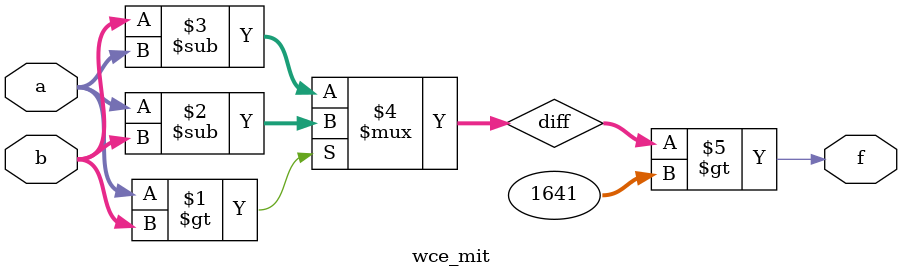
<source format=v>
module wce_mit(a, b, f);
parameter _bit = 18;
parameter wce = 1641;
input [_bit - 1: 0] a;
input [_bit - 1: 0] b;
output f;
wire [_bit - 1: 0] diff;
assign diff = (a > b)? (a - b): (b - a);
assign f = (diff > wce);
endmodule

</source>
